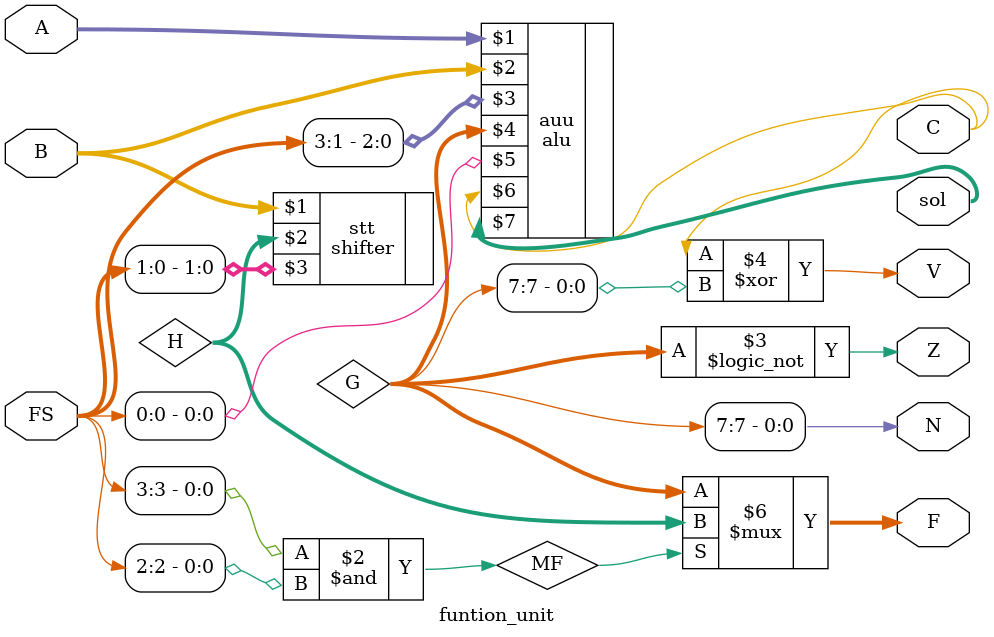
<source format=v>
module funtion_unit(A,B,FS,V,C,N,Z,F,sol);
	input [7:0] A,B;
	reg MF;
	input [3:0]FS;
	output reg [7:0] F;
	output reg V,N,Z;
	output C;
	wire [7:0] G,H;
	output [8:0] sol;
	alu auu(A,B,FS[3:1],G,FS[0],C,sol);
	shifter stt(B,H,FS[1:0]);
always @(*) begin
   MF = FS[3]&FS[2];
	N = G[7];
	Z = G==0;
	V = C^N;
	case(MF)
		1'b0: F=G;
		default: F=H;
	endcase
end
endmodule 
</source>
